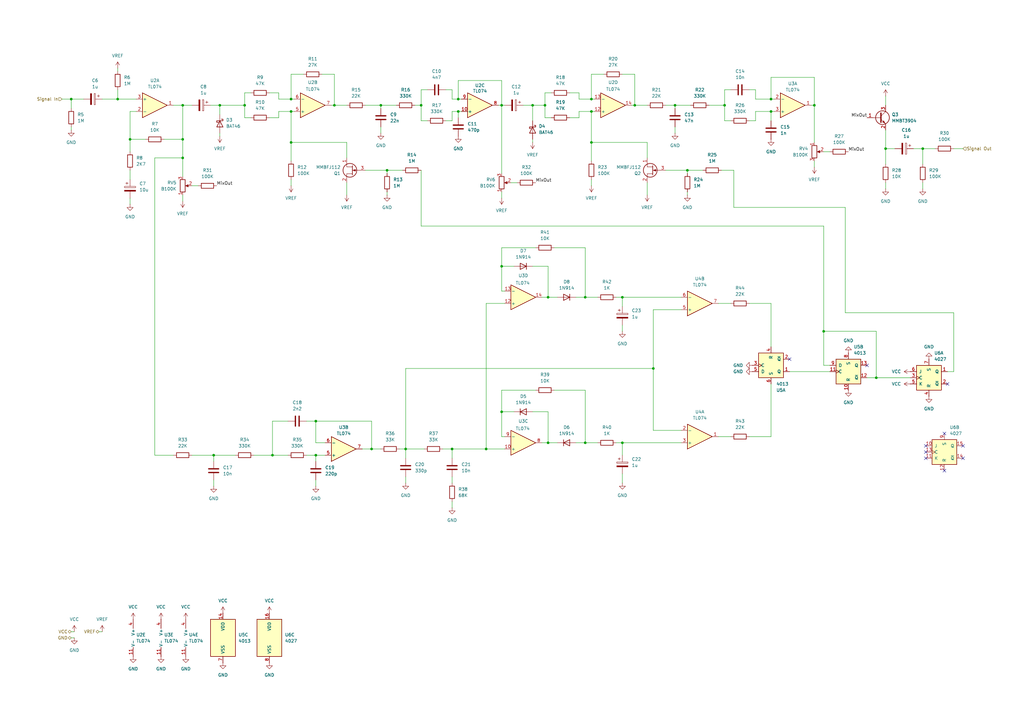
<source format=kicad_sch>
(kicad_sch (version 20250114) (generator "eeschema") (generator_version "9.0")
  (paper "A3")
  (junction (at 119.38 40.64))
  (junction (at 316.23 45.72))
  (junction (at 100.33 43.18))
  (junction (at 224.79 181.61))
  (junction (at 205.74 43.18))
  (junction (at 242.57 40.64))
  (junction (at 90.17 43.18))
  (junction (at 166.37 184.15))
  (junction (at 185.42 184.15))
  (junction (at 74.93 64.77))
  (junction (at 111.76 186.69))
  (junction (at 242.57 45.72))
  (junction (at 223.52 43.18))
  (junction (at 334.01 43.18))
  (junction (at 267.97 151.13))
  (junction (at 297.18 43.18))
  (junction (at 359.41 154.94))
  (junction (at 119.38 58.42))
  (junction (at 378.46 60.96))
  (junction (at 255.27 121.92))
  (junction (at 224.79 121.92))
  (junction (at 316.23 40.64))
  (junction (at 276.86 43.18))
  (junction (at 187.96 40.64))
  (junction (at 53.34 57.15))
  (junction (at 255.27 181.61))
  (junction (at 337.82 135.89))
  (junction (at 119.38 45.72))
  (junction (at 152.4 184.15))
  (junction (at 48.26 40.64))
  (junction (at 74.93 43.18))
  (junction (at 158.75 69.85))
  (junction (at 363.22 60.96))
  (junction (at 129.54 186.69))
  (junction (at 156.21 43.18))
  (junction (at 218.44 43.18))
  (junction (at 137.16 43.18))
  (junction (at 240.03 181.61))
  (junction (at 129.54 172.72))
  (junction (at 260.35 43.18))
  (junction (at 242.57 58.42))
  (junction (at 172.72 43.18))
  (junction (at 240.03 121.92))
  (junction (at 87.63 186.69))
  (junction (at 205.74 168.91))
  (junction (at 281.94 69.85))
  (junction (at 199.39 184.15))
  (junction (at 74.93 57.15))
  (junction (at 187.96 45.72))
  (junction (at 205.74 109.22))
  (junction (at 29.21 40.64))
  (no_connect (at 355.6 149.86))
  (no_connect (at 379.73 187.96))
  (no_connect (at 379.73 185.42))
  (no_connect (at 323.85 147.32))
  (no_connect (at 387.35 193.04))
  (no_connect (at 387.35 177.8))
  (no_connect (at 394.97 187.96))
  (no_connect (at 394.97 182.88))
  (no_connect (at 388.62 157.48))
  (no_connect (at 379.73 182.88))
  (wire (pts (xy 218.44 49.53) (xy 218.44 43.18)))
  (wire (pts (xy 100.33 43.18) (xy 100.33 38.1)))
  (wire (pts (xy 187.96 48.26) (xy 187.96 45.72)))
  (wire (pts (xy 337.82 92.71) (xy 337.82 135.89)))
  (wire (pts (xy 74.93 64.77) (xy 63.5 64.77)))
  (wire (pts (xy 340.36 62.23) (xy 337.82 62.23)))
  (wire (pts (xy 172.72 36.83) (xy 175.26 36.83)))
  (wire (pts (xy 265.43 43.18) (xy 260.35 43.18)))
  (wire (pts (xy 218.44 43.18) (xy 223.52 43.18)))
  (wire (pts (xy 172.72 49.53) (xy 175.26 49.53)))
  (wire (pts (xy 53.34 62.23) (xy 53.34 57.15)))
  (wire (pts (xy 299.72 124.46) (xy 294.64 124.46)))
  (wire (pts (xy 119.38 45.72) (xy 119.38 58.42)))
  (wire (pts (xy 300.99 69.85) (xy 300.99 85.09)))
  (wire (pts (xy 247.65 30.48) (xy 242.57 30.48)))
  (wire (pts (xy 281.94 69.85) (xy 273.05 69.85)))
  (wire (pts (xy 129.54 186.69) (xy 133.35 186.69)))
  (wire (pts (xy 156.21 44.45) (xy 156.21 43.18)))
  (wire (pts (xy 223.52 38.1) (xy 223.52 43.18)))
  (wire (pts (xy 185.42 36.83) (xy 182.88 36.83)))
  (wire (pts (xy 137.16 43.18) (xy 135.89 43.18)))
  (wire (pts (xy 316.23 49.53) (xy 316.23 45.72)))
  (wire (pts (xy 267.97 176.53) (xy 279.4 176.53)))
  (wire (pts (xy 267.97 127) (xy 267.97 151.13)))
  (wire (pts (xy 48.26 27.94) (xy 48.26 29.21)))
  (wire (pts (xy 90.17 43.18) (xy 100.33 43.18)))
  (wire (pts (xy 29.21 259.08) (xy 30.48 259.08)))
  (wire (pts (xy 166.37 184.15) (xy 166.37 151.13)))
  (wire (pts (xy 391.16 128.27) (xy 391.16 152.4)))
  (wire (pts (xy 114.3 45.72) (xy 114.3 48.26)))
  (wire (pts (xy 114.3 38.1) (xy 110.49 38.1)))
  (wire (pts (xy 74.93 43.18) (xy 78.74 43.18)))
  (wire (pts (xy 119.38 40.64) (xy 120.65 40.64)))
  (wire (pts (xy 242.57 30.48) (xy 242.57 40.64)))
  (wire (pts (xy 279.4 127) (xy 267.97 127)))
  (wire (pts (xy 316.23 45.72) (xy 317.5 45.72)))
  (wire (pts (xy 237.49 48.26) (xy 233.68 48.26)))
  (wire (pts (xy 223.52 38.1) (xy 226.06 38.1)))
  (wire (pts (xy 237.49 45.72) (xy 242.57 45.72)))
  (wire (pts (xy 316.23 157.48) (xy 316.23 179.07)))
  (wire (pts (xy 205.74 33.02) (xy 187.96 33.02)))
  (wire (pts (xy 218.44 57.15) (xy 218.44 58.42)))
  (wire (pts (xy 212.09 74.93) (xy 209.55 74.93)))
  (wire (pts (xy 63.5 64.77) (xy 63.5 186.69)))
  (wire (pts (xy 205.74 179.07) (xy 207.01 179.07)))
  (wire (pts (xy 378.46 60.96) (xy 378.46 67.31)))
  (wire (pts (xy 218.44 109.22) (xy 224.79 109.22)))
  (wire (pts (xy 240.03 181.61) (xy 240.03 160.02)))
  (wire (pts (xy 53.34 57.15) (xy 59.69 57.15)))
  (wire (pts (xy 295.91 69.85) (xy 300.99 69.85)))
  (wire (pts (xy 163.83 184.15) (xy 166.37 184.15)))
  (wire (pts (xy 260.35 30.48) (xy 260.35 43.18)))
  (wire (pts (xy 165.1 69.85) (xy 158.75 69.85)))
  (wire (pts (xy 119.38 66.04) (xy 119.38 58.42)))
  (wire (pts (xy 205.74 119.38) (xy 207.01 119.38)))
  (wire (pts (xy 129.54 199.39) (xy 129.54 196.85)))
  (wire (pts (xy 142.24 58.42) (xy 142.24 64.77)))
  (wire (pts (xy 199.39 124.46) (xy 207.01 124.46)))
  (wire (pts (xy 187.96 40.64) (xy 189.23 40.64)))
  (wire (pts (xy 185.42 49.53) (xy 182.88 49.53)))
  (wire (pts (xy 170.18 43.18) (xy 172.72 43.18)))
  (wire (pts (xy 142.24 80.01) (xy 142.24 74.93)))
  (wire (pts (xy 359.41 154.94) (xy 373.38 154.94)))
  (wire (pts (xy 156.21 54.61) (xy 156.21 52.07)))
  (wire (pts (xy 276.86 54.61) (xy 276.86 52.07)))
  (wire (pts (xy 242.57 40.64) (xy 243.84 40.64)))
  (wire (pts (xy 237.49 45.72) (xy 237.49 48.26)))
  (wire (pts (xy 316.23 124.46) (xy 316.23 142.24)))
  (wire (pts (xy 240.03 121.92) (xy 240.03 101.6)))
  (wire (pts (xy 53.34 83.82) (xy 53.34 81.28)))
  (wire (pts (xy 129.54 181.61) (xy 133.35 181.61)))
  (wire (pts (xy 309.88 40.64) (xy 316.23 40.64)))
  (wire (pts (xy 391.16 152.4) (xy 388.62 152.4)))
  (wire (pts (xy 378.46 60.96) (xy 374.65 60.96)))
  (wire (pts (xy 245.11 121.92) (xy 240.03 121.92)))
  (wire (pts (xy 265.43 80.01) (xy 265.43 74.93)))
  (wire (pts (xy 242.57 45.72) (xy 243.84 45.72)))
  (wire (pts (xy 29.21 44.45) (xy 29.21 40.64)))
  (wire (pts (xy 297.18 36.83) (xy 299.72 36.83)))
  (wire (pts (xy 41.91 40.64) (xy 48.26 40.64)))
  (wire (pts (xy 297.18 43.18) (xy 297.18 49.53)))
  (wire (pts (xy 166.37 151.13) (xy 267.97 151.13)))
  (wire (pts (xy 87.63 186.69) (xy 78.74 186.69)))
  (wire (pts (xy 152.4 184.15) (xy 148.59 184.15)))
  (wire (pts (xy 129.54 172.72) (xy 152.4 172.72)))
  (wire (pts (xy 359.41 135.89) (xy 337.82 135.89)))
  (wire (pts (xy 185.42 208.28) (xy 185.42 205.74)))
  (wire (pts (xy 166.37 198.12) (xy 166.37 195.58)))
  (wire (pts (xy 205.74 109.22) (xy 205.74 119.38)))
  (wire (pts (xy 218.44 168.91) (xy 224.79 168.91)))
  (wire (pts (xy 185.42 187.96) (xy 185.42 184.15)))
  (wire (pts (xy 158.75 78.74) (xy 158.75 80.01)))
  (wire (pts (xy 114.3 40.64) (xy 114.3 38.1)))
  (wire (pts (xy 316.23 40.64) (xy 317.5 40.64)))
  (wire (pts (xy 158.75 69.85) (xy 149.86 69.85)))
  (wire (pts (xy 118.11 186.69) (xy 111.76 186.69)))
  (wire (pts (xy 48.26 40.64) (xy 55.88 40.64)))
  (wire (pts (xy 236.22 181.61) (xy 240.03 181.61)))
  (wire (pts (xy 299.72 179.07) (xy 294.64 179.07)))
  (wire (pts (xy 224.79 121.92) (xy 222.25 121.92)))
  (wire (pts (xy 189.23 45.72) (xy 187.96 45.72)))
  (wire (pts (xy 87.63 199.39) (xy 87.63 196.85)))
  (wire (pts (xy 90.17 54.61) (xy 90.17 55.88)))
  (wire (pts (xy 48.26 36.83) (xy 48.26 40.64)))
  (wire (pts (xy 237.49 38.1) (xy 233.68 38.1)))
  (wire (pts (xy 87.63 189.23) (xy 87.63 186.69)))
  (wire (pts (xy 300.99 85.09) (xy 346.71 85.09)))
  (wire (pts (xy 297.18 36.83) (xy 297.18 43.18)))
  (wire (pts (xy 363.22 39.37) (xy 363.22 43.18)))
  (wire (pts (xy 359.41 154.94) (xy 359.41 135.89)))
  (wire (pts (xy 242.57 58.42) (xy 265.43 58.42)))
  (wire (pts (xy 255.27 30.48) (xy 260.35 30.48)))
  (wire (pts (xy 129.54 189.23) (xy 129.54 186.69)))
  (wire (pts (xy 242.57 45.72) (xy 242.57 58.42)))
  (wire (pts (xy 205.74 168.91) (xy 210.82 168.91)))
  (wire (pts (xy 187.96 33.02) (xy 187.96 40.64)))
  (wire (pts (xy 367.03 60.96) (xy 363.22 60.96)))
  (wire (pts (xy 224.79 181.61) (xy 222.25 181.61)))
  (wire (pts (xy 205.74 168.91) (xy 205.74 179.07)))
  (wire (pts (xy 187.96 45.72) (xy 185.42 45.72)))
  (wire (pts (xy 245.11 181.61) (xy 240.03 181.61)))
  (wire (pts (xy 297.18 49.53) (xy 299.72 49.53)))
  (wire (pts (xy 334.01 43.18) (xy 334.01 58.42)))
  (wire (pts (xy 29.21 40.64) (xy 25.4 40.64)))
  (wire (pts (xy 166.37 184.15) (xy 173.99 184.15)))
  (wire (pts (xy 132.08 30.48) (xy 137.16 30.48)))
  (wire (pts (xy 224.79 168.91) (xy 224.79 181.61)))
  (wire (pts (xy 346.71 85.09) (xy 346.71 128.27)))
  (wire (pts (xy 74.93 43.18) (xy 71.12 43.18)))
  (wire (pts (xy 30.48 261.62) (xy 29.21 261.62)))
  (wire (pts (xy 255.27 133.35) (xy 255.27 135.89)))
  (wire (pts (xy 242.57 76.2) (xy 242.57 73.66)))
  (wire (pts (xy 100.33 38.1) (xy 102.87 38.1)))
  (wire (pts (xy 29.21 53.34) (xy 29.21 52.07)))
  (wire (pts (xy 224.79 109.22) (xy 224.79 121.92)))
  (wire (pts (xy 205.74 101.6) (xy 219.71 101.6)))
  (wire (pts (xy 281.94 78.74) (xy 281.94 80.01)))
  (wire (pts (xy 394.97 60.96) (xy 391.16 60.96)))
  (wire (pts (xy 156.21 43.18) (xy 149.86 43.18)))
  (wire (pts (xy 172.72 43.18) (xy 172.72 49.53)))
  (wire (pts (xy 41.91 259.08) (xy 40.64 259.08)))
  (wire (pts (xy 276.86 43.18) (xy 276.86 44.45)))
  (wire (pts (xy 205.74 109.22) (xy 210.82 109.22)))
  (wire (pts (xy 199.39 124.46) (xy 199.39 184.15)))
  (wire (pts (xy 228.6 181.61) (xy 224.79 181.61)))
  (wire (pts (xy 125.73 186.69) (xy 129.54 186.69)))
  (wire (pts (xy 53.34 73.66) (xy 53.34 69.85)))
  (wire (pts (xy 172.72 69.85) (xy 172.72 92.71)))
  (wire (pts (xy 185.42 36.83) (xy 185.42 40.64)))
  (wire (pts (xy 205.74 160.02) (xy 219.71 160.02)))
  (wire (pts (xy 152.4 172.72) (xy 152.4 184.15)))
  (wire (pts (xy 166.37 187.96) (xy 166.37 184.15)))
  (wire (pts (xy 102.87 48.26) (xy 100.33 48.26)))
  (wire (pts (xy 142.24 43.18) (xy 137.16 43.18)))
  (wire (pts (xy 307.34 124.46) (xy 316.23 124.46)))
  (wire (pts (xy 96.52 186.69) (xy 87.63 186.69)))
  (wire (pts (xy 363.22 77.47) (xy 363.22 74.93)))
  (wire (pts (xy 111.76 186.69) (xy 104.14 186.69)))
  (wire (pts (xy 111.76 172.72) (xy 118.11 172.72)))
  (wire (pts (xy 119.38 30.48) (xy 119.38 40.64)))
  (wire (pts (xy 334.01 31.75) (xy 334.01 43.18)))
  (wire (pts (xy 74.93 43.18) (xy 74.93 57.15)))
  (wire (pts (xy 185.42 184.15) (xy 181.61 184.15)))
  (wire (pts (xy 334.01 68.58) (xy 334.01 66.04)))
  (wire (pts (xy 74.93 57.15) (xy 74.93 64.77)))
  (wire (pts (xy 119.38 76.2) (xy 119.38 73.66)))
  (wire (pts (xy 255.27 181.61) (xy 252.73 181.61)))
  (wire (pts (xy 265.43 58.42) (xy 265.43 64.77)))
  (wire (pts (xy 137.16 30.48) (xy 137.16 43.18)))
  (wire (pts (xy 276.86 43.18) (xy 273.05 43.18)))
  (wire (pts (xy 205.74 109.22) (xy 205.74 101.6)))
  (wire (pts (xy 114.3 48.26) (xy 110.49 48.26)))
  (wire (pts (xy 205.74 43.18) (xy 205.74 71.12)))
  (wire (pts (xy 267.97 151.13) (xy 267.97 176.53)))
  (wire (pts (xy 205.74 168.91) (xy 205.74 160.02)))
  (wire (pts (xy 114.3 45.72) (xy 119.38 45.72)))
  (wire (pts (xy 323.85 152.4) (xy 340.36 152.4)))
  (wire (pts (xy 228.6 121.92) (xy 224.79 121.92)))
  (wire (pts (xy 172.72 36.83) (xy 172.72 43.18)))
  (wire (pts (xy 288.29 69.85) (xy 281.94 69.85)))
  (wire (pts (xy 346.71 128.27) (xy 391.16 128.27)))
  (wire (pts (xy 332.74 43.18) (xy 334.01 43.18)))
  (wire (pts (xy 255.27 194.31) (xy 255.27 198.12)))
  (wire (pts (xy 237.49 40.64) (xy 242.57 40.64)))
  (wire (pts (xy 255.27 125.73) (xy 255.27 121.92)))
  (wire (pts (xy 207.01 43.18) (xy 205.74 43.18)))
  (wire (pts (xy 316.23 179.07) (xy 307.34 179.07)))
  (wire (pts (xy 124.46 30.48) (xy 119.38 30.48)))
  (wire (pts (xy 114.3 40.64) (xy 119.38 40.64)))
  (wire (pts (xy 218.44 43.18) (xy 214.63 43.18)))
  (wire (pts (xy 185.42 40.64) (xy 187.96 40.64)))
  (wire (pts (xy 156.21 184.15) (xy 152.4 184.15)))
  (wire (pts (xy 185.42 198.12) (xy 185.42 195.58)))
  (wire (pts (xy 90.17 46.99) (xy 90.17 43.18)))
  (wire (pts (xy 255.27 181.61) (xy 255.27 186.69)))
  (wire (pts (xy 363.22 60.96) (xy 363.22 67.31)))
  (wire (pts (xy 119.38 45.72) (xy 120.65 45.72)))
  (wire (pts (xy 309.88 36.83) (xy 309.88 40.64)))
  (wire (pts (xy 223.52 43.18) (xy 223.52 48.26)))
  (wire (pts (xy 279.4 181.61) (xy 255.27 181.61)))
  (wire (pts (xy 283.21 43.18) (xy 276.86 43.18)))
  (wire (pts (xy 309.88 36.83) (xy 307.34 36.83)))
  (wire (pts (xy 125.73 172.72) (xy 129.54 172.72)))
  (wire (pts (xy 172.72 92.71) (xy 337.82 92.71)))
  (wire (pts (xy 29.21 40.64) (xy 34.29 40.64)))
  (wire (pts (xy 74.93 64.77) (xy 74.93 72.39)))
  (wire (pts (xy 53.34 45.72) (xy 55.88 45.72)))
  (wire (pts (xy 309.88 45.72) (xy 309.88 49.53)))
  (wire (pts (xy 74.93 80.01) (xy 74.93 82.55)))
  (wire (pts (xy 199.39 184.15) (xy 207.01 184.15)))
  (wire (pts (xy 199.39 184.15) (xy 185.42 184.15)))
  (wire (pts (xy 81.28 76.2) (xy 78.74 76.2)))
  (wire (pts (xy 240.03 101.6) (xy 227.33 101.6)))
  (wire (pts (xy 316.23 31.75) (xy 334.01 31.75)))
  (wire (pts (xy 67.31 57.15) (xy 74.93 57.15)))
  (wire (pts (xy 236.22 121.92) (xy 240.03 121.92)))
  (wire (pts (xy 129.54 172.72) (xy 129.54 181.61)))
  (wire (pts (xy 355.6 154.94) (xy 359.41 154.94)))
  (wire (pts (xy 255.27 121.92) (xy 252.73 121.92)))
  (wire (pts (xy 162.56 43.18) (xy 156.21 43.18)))
  (wire (pts (xy 309.88 45.72) (xy 316.23 45.72)))
  (wire (pts (xy 255.27 121.92) (xy 279.4 121.92)))
  (wire (pts (xy 237.49 40.64) (xy 237.49 38.1)))
  (wire (pts (xy 260.35 43.18) (xy 259.08 43.18)))
  (wire (pts (xy 290.83 43.18) (xy 297.18 43.18)))
  (wire (pts (xy 185.42 45.72) (xy 185.42 49.53)))
  (wire (pts (xy 63.5 186.69) (xy 71.12 186.69)))
  (wire (pts (xy 363.22 53.34) (xy 363.22 60.96)))
  (wire (pts (xy 378.46 77.47) (xy 378.46 74.93)))
  (wire (pts (xy 119.38 58.42) (xy 142.24 58.42)))
  (wire (pts (xy 240.03 160.02) (xy 227.33 160.02)))
  (wire (pts (xy 281.94 71.12) (xy 281.94 69.85)))
  (wire (pts (xy 90.17 43.18) (xy 86.36 43.18)))
  (wire (pts (xy 337.82 135.89) (xy 337.82 149.86)))
  (wire (pts (xy 100.33 48.26) (xy 100.33 43.18)))
  (wire (pts (xy 205.74 81.28) (xy 205.74 78.74)))
  (wire (pts (xy 205.74 43.18) (xy 204.47 43.18)))
  (wire (pts (xy 226.06 48.26) (xy 223.52 48.26)))
  (wire (pts (xy 242.57 66.04) (xy 242.57 58.42)))
  (wire (pts (xy 205.74 43.18) (xy 205.74 33.02)))
  (wire (pts (xy 383.54 60.96) (xy 378.46 60.96)))
  (wire (pts (xy 337.82 149.86) (xy 340.36 149.86)))
  (wire (pts (xy 53.34 45.72) (xy 53.34 57.15)))
  (wire (pts (xy 309.88 49.53) (xy 307.34 49.53)))
  (wire (pts (xy 316.23 40.64) (xy 316.23 31.75)))
  (wire (pts (xy 158.75 71.12) (xy 158.75 69.85)))
  (wire (pts (xy 111.76 186.69) (xy 111.76 172.72)))
  (label "MixOut" (at 347.98 62.23 0))
  (label "MixOut" (at 355.6 48.26 180))
  (label "MixOut" (at 88.9 76.2 0))
  (label "MixOut" (at 219.71 74.93 0))
  (hierarchical_label "Signal In" (shape input) (at 25.4 40.64 180))
  (hierarchical_label "VCC" (shape bidirectional) (at 29.21 259.08 180))
  (hierarchical_label "GND" (shape bidirectional) (at 29.21 261.62 180))
  (hierarchical_label "Signal Out" (shape input) (at 394.97 60.96 0))
  (hierarchical_label "VREF" (shape bidirectional) (at 40.64 259.08 180))
  (symbol (lib_id "Device:R") (at 248.92 181.61 90) (unit 1)
    (property "Reference" "R40" (at 248.92 175.26 90))
    (property "Value" "1K" (at 248.92 177.8 90))
    (property "Description" "Resistor" (effects (hide yes)))
  )
  (symbol (lib_id "Device:R") (at 160.02 184.15 90) (unit 1)
    (property "Reference" "R36" (at 160.02 177.8 90))
    (property "Value" "33K" (at 160.02 180.34 90))
    (property "Description" "Resistor" (effects (hide yes)))
  )
  (symbol (lib_id "power:GND") (at 276.86 54.61 0) (unit 1)
    (property "Reference" "#PWR029" (effects (hide yes)))
    (property "Value" "GND" (at 276.86 59.69 0))
    (property "Description" "Power symbol creates a global label with name \"GND\" , ground" (effects (hide yes)))
  )
  (symbol (lib_id "Device:C") (at 276.86 48.26 0) (unit 1)
    (property "Reference" "C13" (at 280.67 46.9899 0) (effects (justify left)))
    (property "Value" "47n" (at 280.67 49.5299 0) (effects (justify left)))
    (property "Description" "Unpolarized capacitor" (effects (hide yes)))
  )
  (symbol (lib_id "Diode:BAT46") (at 90.17 50.8 270) (unit 1)
    (property "Reference" "D3" (at 92.71 49.2124 90) (effects (justify left)))
    (property "Value" "BAT46" (at 92.71 51.7524 90) (effects (justify left)))
    (property "Footprint" "Diode_THT:D_DO-35_SOD27_P7.62mm_Horizontal" (effects (hide yes)))
    (property "Datasheet" "http://www.vishay.com/docs/85662/bat46.pdf" (effects (hide yes)))
    (property "Description" "100V 0.15A Small Signal Schottky Diode, DO-35" (effects (hide yes)))
  )
  (symbol (lib_id "Device:R") (at 168.91 69.85 90) (unit 1)
    (property "Reference" "R14" (at 168.91 63.5 90))
    (property "Value" "1M" (at 168.91 66.04 90))
    (property "Description" "Resistor" (effects (hide yes)))
  )
  (symbol (lib_id "power:GND") (at 378.46 77.47 0) (unit 1)
    (property "Reference" "#PWR037" (effects (hide yes)))
    (property "Value" "GND" (at 378.46 82.55 0))
    (property "Description" "Power symbol creates a global label with name \"GND\" , ground" (effects (hide yes)))
  )
  (symbol (lib_id "power:GND") (at 347.98 144.78 180) (unit 1)
    (property "Reference" "#PWR054" (effects (hide yes)))
    (property "Value" "GND" (at 347.98 139.7 0))
    (property "Description" "Power symbol creates a global label with name \"GND\" , ground" (effects (hide yes)))
  )
  (symbol (lib_id "power:GND") (at 76.2 269.24 0) (unit 1)
    (property "Reference" "#PWR050" (effects (hide yes)))
    (property "Value" "GND" (at 76.2 274.32 0))
    (property "Description" "Power symbol creates a global label with name \"GND\" , ground" (effects (hide yes)))
  )
  (symbol (lib_id "power:VCC") (at 30.48 259.08 0) (unit 1)
    (property "Reference" "#PWR014" (effects (hide yes)))
    (property "Value" "VCC" (at 30.48 254 0))
    (property "Description" "Power symbol creates a global label with name \"VCC\"" (effects (hide yes)))
  )
  (symbol (lib_id "power:GND") (at 87.63 199.39 0) (unit 1)
    (property "Reference" "#PWR040" (effects (hide yes)))
    (property "Value" "GND" (at 87.63 204.47 0))
    (property "Description" "Power symbol creates a global label with name \"GND\" , ground" (effects (hide yes)))
  )
  (symbol (lib_id "power:GND") (at 30.48 261.62 0) (unit 1)
    (property "Reference" "#PWR015" (effects (hide yes)))
    (property "Value" "GND" (at 30.48 266.7 0))
    (property "Description" "Power symbol creates a global label with name \"GND\" , ground" (effects (hide yes)))
  )
  (symbol (lib_id "power:GND") (at 308.61 152.4 270) (unit 1)
    (property "Reference" "#PWR052" (effects (hide yes)))
    (property "Value" "GND" (at 304.8 152.3999 90) (effects (justify right)))
    (property "Description" "Power symbol creates a global label with name \"GND\" , ground" (effects (hide yes)))
  )
  (symbol (lib_id "Device:R") (at 119.38 69.85 0) (unit 1)
    (property "Reference" "R12" (at 121.92 68.5799 0) (effects (justify left)))
    (property "Value" "100K" (at 121.92 71.1199 0) (effects (justify left)))
    (property "Description" "Resistor" (effects (hide yes)))
  )
  (symbol (lib_id "custom_power:VREF") (at 218.44 58.42 180) (unit 1)
    (property "Reference" "#PWR028" (effects (hide yes)))
    (property "Value" "VREF" (at 218.44 63.5 0))
    (property "Description" "Power symbol creates a global label with name \"VREF\"" (effects (hide yes)))
  )
  (symbol (lib_id "Amplifier_Operational:TL074") (at 78.74 261.62 0) (unit 5)
    (property "Reference" "U4" (at 77.47 260.3499 0) (effects (justify left)))
    (property "Value" "TL074" (at 77.47 262.8899 0) (effects (justify left)))
    (property "Datasheet" "http://www.ti.com/lit/ds/symlink/tl071.pdf" (effects (hide yes)))
    (property "Description" "Quad Low-Noise JFET-Input Operational Amplifiers, DIP-14/SOIC-14" (effects (hide yes)))
  )
  (symbol (lib_id "custom_power:VREF") (at 334.01 68.58 180) (unit 1)
    (property "Reference" "#PWR034" (effects (hide yes)))
    (property "Value" "VREF" (at 334.01 73.66 0))
    (property "Description" "Power symbol creates a global label with name \"VREF\"" (effects (hide yes)))
  )
  (symbol (lib_id "Amplifier_Operational:TL074") (at 214.63 121.92 0) (mirror x) (unit 4)
    (property "Reference" "U3" (at 214.63 113.03 0))
    (property "Value" "TL074" (at 214.376 116.078 0))
    (property "Datasheet" "http://www.ti.com/lit/ds/symlink/tl071.pdf" (effects (hide yes)))
    (property "Description" "Quad Low-Noise JFET-Input Operational Amplifiers, DIP-14/SOIC-14" (effects (hide yes)))
  )
  (symbol (lib_id "Device:R") (at 363.22 71.12 0) (unit 1)
    (property "Reference" "R28" (at 365.76 69.8499 0) (effects (justify left)))
    (property "Value" "10K" (at 365.76 72.3899 0) (effects (justify left)))
    (property "Description" "Resistor" (effects (hide yes)))
  )
  (symbol (lib_id "custom_power:VREF") (at 242.57 76.2 180) (unit 1)
    (property "Reference" "#PWR030" (effects (hide yes)))
    (property "Value" "VREF" (at 242.57 81.28 0))
    (property "Description" "Power symbol creates a global label with name \"VREF\"" (effects (hide yes)))
  )
  (symbol (lib_id "Amplifier_Operational:TL074") (at 128.27 43.18 0) (mirror x) (unit 2)
    (property "Reference" "U2" (at 128.27 33.782 0))
    (property "Value" "TL074" (at 128.27 36.576 0))
    (property "Datasheet" "http://www.ti.com/lit/ds/symlink/tl071.pdf" (effects (hide yes)))
    (property "Description" "Quad Low-Noise JFET-Input Operational Amplifiers, DIP-14/SOIC-14" (effects (hide yes)))
  )
  (symbol (lib_id "power:GND") (at 53.34 83.82 0) (unit 1)
    (property "Reference" "#PWR021" (effects (hide yes)))
    (property "Value" "GND" (at 53.34 88.9 0))
    (property "Description" "Power symbol creates a global label with name \"GND\" , ground" (effects (hide yes)))
  )
  (symbol (lib_id "Device:R") (at 229.87 38.1 90) (unit 1)
    (property "Reference" "R18" (at 229.87 31.75 90))
    (property "Value" "47K" (at 229.87 34.29 90))
    (property "Description" "Resistor" (effects (hide yes)))
  )
  (symbol (lib_id "Device:R") (at 177.8 184.15 90) (unit 1)
    (property "Reference" "R37" (at 177.8 177.8 90))
    (property "Value" "33K" (at 177.8 180.34 90))
    (property "Description" "Resistor" (effects (hide yes)))
  )
  (symbol (lib_id "Device:R") (at 63.5 57.15 90) (unit 1)
    (property "Reference" "R7" (at 63.5 50.8 90))
    (property "Value" "10K" (at 63.5 53.34 90))
    (property "Description" "Resistor" (effects (hide yes)))
  )
  (symbol (lib_id "Device:R") (at 106.68 48.26 90) (unit 1)
    (property "Reference" "R10" (at 106.68 41.91 90))
    (property "Value" "47K" (at 106.68 44.45 90))
    (property "Description" "Resistor" (effects (hide yes)))
  )
  (symbol (lib_id "Device:C") (at 187.96 52.07 180) (unit 1)
    (property "Reference" "C11" (at 191.77 50.7999 0) (effects (justify right)))
    (property "Value" "470p" (at 191.77 53.3399 0) (effects (justify right)))
    (property "Description" "Unpolarized capacitor" (effects (hide yes)))
  )
  (symbol (lib_id "Amplifier_Operational:TL074") (at 57.15 261.62 0) (unit 5)
    (property "Reference" "U2" (at 55.88 260.3499 0) (effects (justify left)))
    (property "Value" "TL074" (at 55.88 262.8899 0) (effects (justify left)))
    (property "Datasheet" "http://www.ti.com/lit/ds/symlink/tl071.pdf" (effects (hide yes)))
    (property "Description" "Quad Low-Noise JFET-Input Operational Amplifiers, DIP-14/SOIC-14" (effects (hide yes)))
  )
  (symbol (lib_id "power:VCC") (at 373.38 152.4 90) (unit 1)
    (property "Reference" "#PWR060" (effects (hide yes)))
    (property "Value" "VCC" (at 369.57 152.3999 90) (effects (justify left)))
    (property "Description" "Power symbol creates a global label with name \"VCC\"" (effects (hide yes)))
  )
  (symbol (lib_id "custom_power:VREF") (at 142.24 80.01 180) (unit 1)
    (property "Reference" "#PWR024" (effects (hide yes)))
    (property "Value" "VREF" (at 142.24 85.09 0))
    (property "Description" "Power symbol creates a global label with name \"VREF\"" (effects (hide yes)))
  )
  (symbol (lib_id "Diode:BAT46") (at 218.44 53.34 270) (unit 1)
    (property "Reference" "D4" (at 220.98 51.7524 90) (effects (justify left)))
    (property "Value" "BAT46" (at 220.98 54.2924 90) (effects (justify left)))
    (property "Footprint" "Diode_THT:D_DO-35_SOD27_P7.62mm_Horizontal" (effects (hide yes)))
    (property "Datasheet" "http://www.vishay.com/docs/85662/bat46.pdf" (effects (hide yes)))
    (property "Description" "100V 0.15A Small Signal Schottky Diode, DO-35" (effects (hide yes)))
  )
  (symbol (lib_id "Amplifier_Operational:TL074") (at 251.46 43.18 0) (mirror x) (unit 4)
    (property "Reference" "U2" (at 251.46 33.782 0))
    (property "Value" "TL074" (at 251.46 36.576 0))
    (property "Datasheet" "http://www.ti.com/lit/ds/symlink/tl071.pdf" (effects (hide yes)))
    (property "Description" "Quad Low-Noise JFET-Input Operational Amplifiers, DIP-14/SOIC-14" (effects (hide yes)))
  )
  (symbol (lib_id "Device:R_Potentiometer") (at 74.93 76.2 0) (mirror x) (unit 1)
    (property "Reference" "RV5" (at 72.39 74.9299 0) (effects (justify right)))
    (property "Value" "B100K" (at 72.39 77.4699 0) (effects (justify right)))
    (property "Description" "Potentiometer" (effects (hide yes)))
  )
  (symbol (lib_id "Device:R") (at 121.92 186.69 90) (unit 1)
    (property "Reference" "R35" (at 121.92 180.34 90))
    (property "Value" "330K" (at 121.92 182.88 90))
    (property "Description" "Resistor" (effects (hide yes)))
  )
  (symbol (lib_id "Diode:1N914") (at 232.41 121.92 180) (unit 1)
    (property "Reference" "D8" (at 232.41 115.57 0))
    (property "Value" "1N914" (at 232.41 118.11 0))
    (property "Footprint" "Diode_THT:D_DO-35_SOD27_P7.62mm_Horizontal" (effects (hide yes)))
    (property "Datasheet" "http://www.vishay.com/docs/85622/1n914.pdf" (effects (hide yes)))
    (property "Description" "100V 0.3A Small Signal Fast Switching Diode, DO-35" (effects (hide yes)))
    (property "Sim.Device" "D" (effects (hide yes)))
    (property "Sim.Pins" "1=K 2=A" (effects (hide yes)))
  )
  (symbol (lib_id "custom_power:VREF") (at 90.17 55.88 180) (unit 1)
    (property "Reference" "#PWR022" (effects (hide yes)))
    (property "Value" "VREF" (at 90.17 60.96 0))
    (property "Description" "Power symbol creates a global label with name \"VREF\"" (effects (hide yes)))
  )
  (symbol (lib_id "Device:C") (at 185.42 191.77 0) (unit 1)
    (property "Reference" "C21" (at 189.23 190.4999 0) (effects (justify left)))
    (property "Value" "10n" (at 189.23 193.0399 0) (effects (justify left)))
    (property "Description" "Unpolarized capacitor" (effects (hide yes)))
  )
  (symbol (lib_id "Device:R") (at 269.24 43.18 90) (unit 1)
    (property "Reference" "R21" (at 269.24 36.83 90))
    (property "Value" "22K" (at 269.24 39.37 90))
    (property "Description" "Resistor" (effects (hide yes)))
  )
  (symbol (lib_id "Device:R") (at 166.37 43.18 90) (unit 1)
    (property "Reference" "R16" (at 166.37 36.83 90))
    (property "Value" "330K" (at 166.37 39.37 90))
    (property "Description" "Resistor" (effects (hide yes)))
  )
  (symbol (lib_id "Amplifier_Operational:TL074") (at 68.58 261.62 0) (unit 5)
    (property "Reference" "U3" (at 67.31 260.3499 0) (effects (justify left)))
    (property "Value" "TL074" (at 67.31 262.8899 0) (effects (justify left)))
    (property "Datasheet" "http://www.ti.com/lit/ds/symlink/tl071.pdf" (effects (hide yes)))
    (property "Description" "Quad Low-Noise JFET-Input Operational Amplifiers, DIP-14/SOIC-14" (effects (hide yes)))
  )
  (symbol (lib_id "power:GND") (at 54.61 269.24 0) (unit 1)
    (property "Reference" "#PWR020" (effects (hide yes)))
    (property "Value" "GND" (at 54.61 274.32 0))
    (property "Description" "Power symbol creates a global label with name \"GND\" , ground" (effects (hide yes)))
  )
  (symbol (lib_id "4xxx:4027") (at 110.49 261.62 0) (unit 3)
    (property "Reference" "U6" (at 116.84 260.3499 0) (effects (justify left)))
    (property "Value" "4027" (at 116.84 262.8899 0) (effects (justify left)))
    (property "Datasheet" "http://www.intersil.com/content/dam/Intersil/documents/cd40/cd4027bms.pdf" (effects (hide yes)))
    (property "Description" "Dual JK FlipFlop, set & reset" (effects (hide yes)))
  )
  (symbol (lib_id "power:GND") (at 255.27 198.12 0) (unit 1)
    (property "Reference" "#PWR044" (effects (hide yes)))
    (property "Value" "GND" (at 255.27 203.2 0))
    (property "Description" "Power symbol creates a global label with name \"GND\" , ground" (effects (hide yes)))
  )
  (symbol (lib_id "power:VCC") (at 373.38 157.48 90) (unit 1)
    (property "Reference" "#PWR061" (effects (hide yes)))
    (property "Value" "VCC" (at 369.57 157.4799 90) (effects (justify left)))
    (property "Description" "Power symbol creates a global label with name \"VCC\"" (effects (hide yes)))
  )
  (symbol (lib_id "Device:C_Polarized") (at 255.27 129.54 0) (unit 1)
    (property "Reference" "C23" (at 259.08 127.3809 0) (effects (justify left)))
    (property "Value" "1u" (at 259.08 129.9209 0) (effects (justify left)))
    (property "Description" "Polarized capacitor" (effects (hide yes)))
  )
  (symbol (lib_id "power:VCC") (at 66.04 254 0) (unit 1)
    (property "Reference" "#PWR046" (effects (hide yes)))
    (property "Value" "VCC" (at 66.04 248.92 0))
    (property "Description" "Power symbol creates a global label with name \"VCC\"" (effects (hide yes)))
  )
  (symbol (lib_id "Transistor_BJT:MMBT3904") (at 360.68 48.26 0) (unit 1)
    (property "Reference" "Q3" (at 365.76 46.9899 0) (effects (justify left)))
    (property "Value" "MMBT3904" (at 365.76 49.5299 0) (effects (justify left)))
    (property "Footprint" "Package_TO_SOT_THT:TO-92_Inline" (effects (hide yes)))
    (property "Datasheet" "https://www.onsemi.com/pdf/datasheet/pzt3904-d.pdf" (effects (hide yes)))
    (property "Description" "0.2A Ic, 40V Vce, Small Signal NPN Transistor, SOT-23" (effects (hide yes)))
  )
  (symbol (lib_id "4xxx:4013") (at 91.44 261.62 0) (unit 3)
    (property "Reference" "U5" (at 97.79 260.3499 0) (effects (justify left)))
    (property "Value" "4013" (at 97.79 262.8899 0) (effects (justify left)))
    (property "Datasheet" "http://www.onsemi.com/pub/Collateral/MC14013B-D.PDF" (effects (hide yes)))
    (property "Description" "Dual D  FlipFlop, Set & reset" (effects (hide yes)))
  )
  (symbol (lib_id "Diode:1N914") (at 214.63 168.91 0) (unit 1)
    (property "Reference" "D5" (at 214.63 162.56 0))
    (property "Value" "1N914" (at 214.63 165.1 0))
    (property "Footprint" "Diode_THT:D_DO-35_SOD27_P7.62mm_Horizontal" (effects (hide yes)))
    (property "Datasheet" "http://www.vishay.com/docs/85622/1n914.pdf" (effects (hide yes)))
    (property "Description" "100V 0.3A Small Signal Fast Switching Diode, DO-35" (effects (hide yes)))
    (property "Sim.Device" "D" (effects (hide yes)))
    (property "Sim.Pins" "1=K 2=A" (effects (hide yes)))
  )
  (symbol (lib_id "Device:C") (at 316.23 53.34 180) (unit 1)
    (property "Reference" "C15" (at 320.04 52.0699 0) (effects (justify right)))
    (property "Value" "1n" (at 320.04 54.6099 0) (effects (justify right)))
    (property "Description" "Unpolarized capacitor" (effects (hide yes)))
  )
  (symbol (lib_id "Device:R") (at 146.05 43.18 90) (unit 1)
    (property "Reference" "R15" (at 146.05 36.83 90))
    (property "Value" "22K" (at 146.05 39.37 90))
    (property "Description" "Resistor" (effects (hide yes)))
  )
  (symbol (lib_id "custom_power:VREF") (at 265.43 80.01 180) (unit 1)
    (property "Reference" "#PWR031" (effects (hide yes)))
    (property "Value" "VREF" (at 265.43 85.09 0))
    (property "Description" "Power symbol creates a global label with name \"VREF\"" (effects (hide yes)))
  )
  (symbol (lib_id "power:GND") (at 316.23 57.15 0) (unit 1)
    (property "Reference" "#PWR033" (effects (hide yes)))
    (property "Value" "GND" (at 316.23 62.23 0))
    (property "Description" "Power symbol creates a global label with name \"GND\" , ground" (effects (hide yes)))
  )
  (symbol (lib_id "Device:R") (at 53.34 66.04 0) (unit 1)
    (property "Reference" "R8" (at 55.88 64.7699 0) (effects (justify left)))
    (property "Value" "2K7" (at 55.88 67.3099 0) (effects (justify left)))
    (property "Description" "Resistor" (effects (hide yes)))
  )
  (symbol (lib_id "Diode:1N914") (at 232.41 181.61 0) (unit 1)
    (property "Reference" "D6" (at 232.41 175.26 0))
    (property "Value" "1N914" (at 232.41 177.8 0))
    (property "Footprint" "Diode_THT:D_DO-35_SOD27_P7.62mm_Horizontal" (effects (hide yes)))
    (property "Datasheet" "http://www.vishay.com/docs/85622/1n914.pdf" (effects (hide yes)))
    (property "Description" "100V 0.3A Small Signal Fast Switching Diode, DO-35" (effects (hide yes)))
    (property "Sim.Device" "D" (effects (hide yes)))
    (property "Sim.Pins" "1=K 2=A" (effects (hide yes)))
  )
  (symbol (lib_id "Device:C_Polarized") (at 370.84 60.96 270) (unit 1)
    (property "Reference" "C16" (at 371.729 53.34 90))
    (property "Value" "1u" (at 371.729 55.88 90))
    (property "Description" "Polarized capacitor" (effects (hide yes)))
  )
  (symbol (lib_id "power:VCC") (at 76.2 254 0) (unit 1)
    (property "Reference" "#PWR047" (effects (hide yes)))
    (property "Value" "VCC" (at 76.2 248.92 0))
    (property "Description" "Power symbol creates a global label with name \"VCC\"" (effects (hide yes)))
  )
  (symbol (lib_id "Device:R") (at 378.46 71.12 0) (unit 1)
    (property "Reference" "R29" (at 381 69.8499 0) (effects (justify left)))
    (property "Value" "100K" (at 381 72.3899 0) (effects (justify left)))
    (property "Description" "Resistor" (effects (hide yes)))
  )
  (symbol (lib_id "power:GND") (at 66.04 269.24 0) (unit 1)
    (property "Reference" "#PWR049" (effects (hide yes)))
    (property "Value" "GND" (at 66.04 274.32 0))
    (property "Description" "Power symbol creates a global label with name \"GND\" , ground" (effects (hide yes)))
  )
  (symbol (lib_id "power:GND") (at 110.49 271.78 0) (unit 1)
    (property "Reference" "#PWR057" (effects (hide yes)))
    (property "Value" "GND" (at 110.49 276.86 0))
    (property "Description" "Power symbol creates a global label with name \"GND\" , ground" (effects (hide yes)))
  )
  (symbol (lib_id "power:GND") (at 381 147.32 180) (unit 1)
    (property "Reference" "#PWR059" (effects (hide yes)))
    (property "Value" "GND" (at 381 142.24 0))
    (property "Description" "Power symbol creates a global label with name \"GND\" , ground" (effects (hide yes)))
  )
  (symbol (lib_id "power:GND") (at 29.21 53.34 0) (unit 1)
    (property "Reference" "#PWR017" (effects (hide yes)))
    (property "Value" "GND" (at 29.21 58.42 0))
    (property "Description" "Power symbol creates a global label with name \"GND\" , ground" (effects (hide yes)))
  )
  (symbol (lib_id "Device:R") (at 223.52 101.6 90) (unit 1)
    (property "Reference" "R41" (at 223.52 95.25 90))
    (property "Value" "10K" (at 223.52 97.79 90))
    (property "Description" "Resistor" (effects (hide yes)))
  )
  (symbol (lib_id "Device:R_Potentiometer") (at 205.74 74.93 0) (mirror x) (unit 1)
    (property "Reference" "RV6" (at 203.2 73.6599 0) (effects (justify right)))
    (property "Value" "B100K" (at 203.2 76.1999 0) (effects (justify right)))
    (property "Description" "Potentiometer" (effects (hide yes)))
  )
  (symbol (lib_id "Device:C") (at 87.63 193.04 0) (unit 1)
    (property "Reference" "C17" (at 91.44 191.7699 0) (effects (justify left)))
    (property "Value" "10n" (at 91.44 194.3099 0) (effects (justify left)))
    (property "Description" "Unpolarized capacitor" (effects (hide yes)))
  )
  (symbol (lib_id "4xxx:4027") (at 387.35 185.42 0) (unit 2)
    (property "Reference" "U6" (at 389.4933 175.26 0) (effects (justify left)))
    (property "Value" "4027" (at 389.4933 177.8 0) (effects (justify left)))
    (property "Datasheet" "http://www.intersil.com/content/dam/Intersil/documents/cd40/cd4027bms.pdf" (effects (hide yes)))
    (property "Description" "Dual JK FlipFlop, set & reset" (effects (hide yes)))
  )
  (symbol (lib_id "Amplifier_Operational:TL074") (at 325.12 43.18 0) (mirror x) (unit 1)
    (property "Reference" "U3" (at 325.12 34.29 0))
    (property "Value" "TL074" (at 325.12 36.83 0))
    (property "Datasheet" "http://www.ti.com/lit/ds/symlink/tl071.pdf" (effects (hide yes)))
    (property "Description" "Quad Low-Noise JFET-Input Operational Amplifiers, DIP-14/SOIC-14" (effects (hide yes)))
  )
  (symbol (lib_id "Device:C") (at 179.07 36.83 90) (unit 1)
    (property "Reference" "C10" (at 179.07 29.21 90))
    (property "Value" "4n7" (at 179.07 31.75 90))
    (property "Description" "Unpolarized capacitor" (effects (hide yes)))
  )
  (symbol (lib_id "power:GND") (at 187.96 55.88 0) (unit 1)
    (property "Reference" "#PWR027" (effects (hide yes)))
    (property "Value" "GND" (at 187.96 60.96 0))
    (property "Description" "Power symbol creates a global label with name \"GND\" , ground" (effects (hide yes)))
  )
  (symbol (lib_id "Device:R") (at 74.93 186.69 90) (unit 1)
    (property "Reference" "R33" (at 74.93 180.34 90))
    (property "Value" "22K" (at 74.93 182.88 90))
    (property "Description" "Resistor" (effects (hide yes)))
  )
  (symbol (lib_id "Device:R") (at 48.26 33.02 0) (unit 1)
    (property "Reference" "R6" (at 50.8 31.7499 0) (effects (justify left)))
    (property "Value" "1M" (at 50.8 34.2899 0) (effects (justify left)))
    (property "Description" "Resistor" (effects (hide yes)))
  )
  (symbol (lib_id "Device:R") (at 85.09 76.2 90) (unit 1)
    (property "Reference" "R31" (at 85.09 69.85 90))
    (property "Value" "100K" (at 85.09 72.39 90))
    (property "Description" "Resistor" (effects (hide yes)))
  )
  (symbol (lib_id "Amplifier_Operational:TL074") (at 287.02 124.46 0) (mirror x) (unit 2)
    (property "Reference" "U4" (at 287.02 114.3 0))
    (property "Value" "TL074" (at 287.02 116.84 0))
    (property "Datasheet" "http://www.ti.com/lit/ds/symlink/tl071.pdf" (effects (hide yes)))
    (property "Description" "Quad Low-Noise JFET-Input Operational Amplifiers, DIP-14/SOIC-14" (effects (hide yes)))
  )
  (symbol (lib_id "Device:R") (at 292.1 69.85 90) (unit 1)
    (property "Reference" "R25" (at 292.1 63.5 90))
    (property "Value" "1M" (at 292.1 66.04 90))
    (property "Description" "Resistor" (effects (hide yes)))
  )
  (symbol (lib_id "Amplifier_Operational:TL074") (at 287.02 179.07 0) (mirror x) (unit 1)
    (property "Reference" "U4" (at 287.02 168.91 0))
    (property "Value" "TL074" (at 287.02 171.45 0))
    (property "Datasheet" "http://www.ti.com/lit/ds/symlink/tl071.pdf" (effects (hide yes)))
    (property "Description" "Quad Low-Noise JFET-Input Operational Amplifiers, DIP-14/SOIC-14" (effects (hide yes)))
  )
  (symbol (lib_id "Device:R") (at 242.57 69.85 0) (unit 1)
    (property "Reference" "R23" (at 245.11 68.5799 0) (effects (justify left)))
    (property "Value" "100K" (at 245.11 71.1199 0) (effects (justify left)))
    (property "Description" "Resistor" (effects (hide yes)))
  )
  (symbol (lib_id "custom_power:VREF") (at 41.91 259.08 0) (unit 1)
    (property "Reference" "#PWR016" (effects (hide yes)))
    (property "Value" "VREF" (at 41.91 254 0))
    (property "Description" "Power symbol creates a global label with name \"VREF\"" (effects (hide yes)))
  )
  (symbol (lib_id "power:GND") (at 91.44 271.78 0) (unit 1)
    (property "Reference" "#PWR051" (effects (hide yes)))
    (property "Value" "GND" (at 91.44 276.86 0))
    (property "Description" "Power symbol creates a global label with name \"GND\" , ground" (effects (hide yes)))
  )
  (symbol (lib_id "Transistor_FET:MMBFJ112") (at 267.97 69.85 0) (mirror y) (unit 1)
    (property "Reference" "Q2" (at 262.89 71.1201 0) (effects (justify left)))
    (property "Value" "MMBFJ112" (at 262.89 68.5801 0) (effects (justify left)))
    (property "Footprint" "Package_TO_SOT_SMD:SOT-23" (effects (hide yes)))
    (property "Datasheet" "https://www.onsemi.com/pub/Collateral/MMBFJ113-D.PDF" (effects (hide yes)))
    (property "Description" "5mA min, 35V, 50mOhm max, 1-5V Vgs(off), N-Channel JFET, SOT-23" (effects (hide yes)))
  )
  (symbol (lib_id "Device:R") (at 303.53 124.46 90) (unit 1)
    (property "Reference" "R44" (at 303.53 118.11 90))
    (property "Value" "22K" (at 303.53 120.65 90))
    (property "Description" "Resistor" (effects (hide yes)))
  )
  (symbol (lib_id "power:VCC") (at 54.61 254 0) (unit 1)
    (property "Reference" "#PWR019" (effects (hide yes)))
    (property "Value" "VCC" (at 54.61 248.92 0))
    (property "Description" "Power symbol creates a global label with name \"VCC\"" (effects (hide yes)))
  )
  (symbol (lib_id "Amplifier_Operational:TL074") (at 196.85 43.18 0) (mirror x) (unit 3)
    (property "Reference" "U2" (at 196.85 35.052 0))
    (property "Value" "TL074" (at 196.85 37.338 0))
    (property "Datasheet" "http://www.ti.com/lit/ds/symlink/tl071.pdf" (effects (hide yes)))
    (property "Description" "Quad Low-Noise JFET-Input Operational Amplifiers, DIP-14/SOIC-14" (effects (hide yes)))
  )
  (symbol (lib_id "Device:R") (at 179.07 49.53 90) (unit 1)
    (property "Reference" "R17" (at 179.07 43.18 90))
    (property "Value" "330K" (at 179.07 45.72 90))
    (property "Description" "Resistor" (effects (hide yes)))
  )
  (symbol (lib_id "Device:C_Polarized") (at 255.27 190.5 0) (unit 1)
    (property "Reference" "C22" (at 259.08 188.3409 0) (effects (justify left)))
    (property "Value" "1u" (at 259.08 190.8809 0) (effects (justify left)))
    (property "Description" "Polarized capacitor" (effects (hide yes)))
  )
  (symbol (lib_id "Device:R") (at 248.92 121.92 90) (unit 1)
    (property "Reference" "R42" (at 248.92 115.57 90))
    (property "Value" "1K" (at 248.92 118.11 90))
    (property "Description" "Resistor" (effects (hide yes)))
  )
  (symbol (lib_id "power:GND") (at 308.61 149.86 270) (unit 1)
    (property "Reference" "#PWR055" (effects (hide yes)))
    (property "Value" "GND" (at 304.8 149.8599 90) (effects (justify right)))
    (property "Description" "Power symbol creates a global label with name \"GND\" , ground" (effects (hide yes)))
  )
  (symbol (lib_id "Device:C") (at 129.54 193.04 0) (unit 1)
    (property "Reference" "C19" (at 133.35 191.7699 0) (effects (justify left)))
    (property "Value" "220p" (at 133.35 194.3099 0) (effects (justify left)))
    (property "Description" "Unpolarized capacitor" (effects (hide yes)))
  )
  (symbol (lib_id "power:GND") (at 281.94 80.01 0) (unit 1)
    (property "Reference" "#PWR032" (effects (hide yes)))
    (property "Value" "GND" (at 281.94 85.09 0))
    (property "Description" "Power symbol creates a global label with name \"GND\" , ground" (effects (hide yes)))
  )
  (symbol (lib_id "Device:C") (at 166.37 191.77 0) (unit 1)
    (property "Reference" "C20" (at 170.18 190.4999 0) (effects (justify left)))
    (property "Value" "330p" (at 170.18 193.0399 0) (effects (justify left)))
    (property "Description" "Unpolarized capacitor" (effects (hide yes)))
  )
  (symbol (lib_id "power:GND") (at 166.37 198.12 0) (unit 1)
    (property "Reference" "#PWR042" (effects (hide yes)))
    (property "Value" "GND" (at 166.37 203.2 0))
    (property "Description" "Power symbol creates a global label with name \"GND\" , ground" (effects (hide yes)))
  )
  (symbol (lib_id "custom_power:VREF") (at 119.38 76.2 180) (unit 1)
    (property "Reference" "#PWR023" (effects (hide yes)))
    (property "Value" "VREF" (at 119.38 81.28 0))
    (property "Description" "Power symbol creates a global label with name \"VREF\"" (effects (hide yes)))
  )
  (symbol (lib_id "custom_power:VREF") (at 205.74 81.28 180) (unit 1)
    (property "Reference" "#PWR039" (effects (hide yes)))
    (property "Value" "VREF" (at 205.74 86.36 0))
    (property "Description" "Power symbol creates a global label with name \"VREF\"" (effects (hide yes)))
  )
  (symbol (lib_id "Device:R") (at 344.17 62.23 90) (unit 1)
    (property "Reference" "R27" (at 344.17 55.88 90))
    (property "Value" "100K" (at 344.17 58.42 90))
    (property "Description" "Resistor" (effects (hide yes)))
  )
  (symbol (lib_id "Amplifier_Operational:TL074") (at 140.97 184.15 0) (mirror x) (unit 2)
    (property "Reference" "U3" (at 140.97 175.26 0))
    (property "Value" "TL074" (at 140.97 177.8 0))
    (property "Datasheet" "http://www.ti.com/lit/ds/symlink/tl071.pdf" (effects (hide yes)))
    (property "Description" "Quad Low-Noise JFET-Input Operational Amplifiers, DIP-14/SOIC-14" (effects (hide yes)))
  )
  (symbol (lib_id "Device:R") (at 29.21 48.26 0) (unit 1)
    (property "Reference" "R5" (at 31.75 46.9899 0) (effects (justify left)))
    (property "Value" "1M" (at 31.75 49.5299 0) (effects (justify left)))
    (property "Description" "Resistor" (effects (hide yes)))
  )
  (symbol (lib_id "custom_power:VREF") (at 48.26 27.94 0) (unit 1)
    (property "Reference" "#PWR018" (effects (hide yes)))
    (property "Value" "VREF" (at 48.26 22.86 0))
    (property "Description" "Power symbol creates a global label with name \"VREF\"" (effects (hide yes)))
  )
  (symbol (lib_id "Device:C_Polarized") (at 53.34 77.47 0) (unit 1)
    (property "Reference" "C7" (at 57.15 75.3109 0) (effects (justify left)))
    (property "Value" "10u" (at 57.15 77.8509 0) (effects (justify left)))
    (property "Description" "Polarized capacitor" (effects (hide yes)))
  )
  (symbol (lib_id "power:VCC") (at 91.44 251.46 0) (unit 1)
    (property "Reference" "#PWR048" (effects (hide yes)))
    (property "Value" "VCC" (at 91.44 246.38 0))
    (property "Description" "Power symbol creates a global label with name \"VCC\"" (effects (hide yes)))
  )
  (symbol (lib_id "power:VCC") (at 363.22 39.37 0) (unit 1)
    (property "Reference" "#PWR035" (effects (hide yes)))
    (property "Value" "VCC" (at 363.22 34.29 0))
    (property "Description" "Power symbol creates a global label with name \"VCC\"" (effects (hide yes)))
  )
  (symbol (lib_id "Device:C") (at 156.21 48.26 0) (unit 1)
    (property "Reference" "C9" (at 160.02 46.9899 0) (effects (justify left)))
    (property "Value" "22n" (at 160.02 49.5299 0) (effects (justify left)))
    (property "Description" "Unpolarized capacitor" (effects (hide yes)))
  )
  (symbol (lib_id "Amplifier_Operational:TL074") (at 63.5 43.18 0) (unit 1)
    (property "Reference" "U2" (at 63.5 33.02 0))
    (property "Value" "TL074" (at 63.5 35.56 0))
    (property "Datasheet" "http://www.ti.com/lit/ds/symlink/tl071.pdf" (effects (hide yes)))
    (property "Description" "Quad Low-Noise JFET-Input Operational Amplifiers, DIP-14/SOIC-14" (effects (hide yes)))
  )
  (symbol (lib_id "power:GND") (at 255.27 135.89 0) (unit 1)
    (property "Reference" "#PWR045" (effects (hide yes)))
    (property "Value" "GND" (at 255.27 140.97 0))
    (property "Description" "Power symbol creates a global label with name \"GND\" , ground" (effects (hide yes)))
  )
  (symbol (lib_id "power:GND") (at 381 162.56 0) (unit 1)
    (property "Reference" "#PWR058" (effects (hide yes)))
    (property "Value" "GND" (at 381 167.64 0))
    (property "Description" "Power symbol creates a global label with name \"GND\" , ground" (effects (hide yes)))
  )
  (symbol (lib_id "Device:R") (at 251.46 30.48 90) (unit 1)
    (property "Reference" "R20" (at 251.46 24.13 90))
    (property "Value" "27K" (at 251.46 26.67 90))
    (property "Description" "Resistor" (effects (hide yes)))
  )
  (symbol (lib_id "Device:R") (at 281.94 74.93 0) (unit 1)
    (property "Reference" "R24" (at 284.48 73.6599 0) (effects (justify left)))
    (property "Value" "1M" (at 284.48 76.1999 0) (effects (justify left)))
    (property "Description" "Resistor" (effects (hide yes)))
  )
  (symbol (lib_id "4xxx:4013") (at 316.23 149.86 0) (mirror x) (unit 1)
    (property "Reference" "U5" (at 318.3733 160.02 0) (effects (justify left)))
    (property "Value" "4013" (at 318.3733 157.48 0) (effects (justify left)))
    (property "Datasheet" "http://www.onsemi.com/pub/Collateral/MC14013B-D.PDF" (effects (hide yes)))
    (property "Description" "Dual D  FlipFlop, Set & reset" (effects (hide yes)))
  )
  (symbol (lib_id "Device:R") (at 303.53 179.07 90) (unit 1)
    (property "Reference" "R43" (at 303.53 172.72 90))
    (property "Value" "22K" (at 303.53 175.26 90))
    (property "Description" "Resistor" (effects (hide yes)))
  )
  (symbol (lib_id "Device:R") (at 287.02 43.18 90) (unit 1)
    (property "Reference" "R22" (at 287.02 36.83 90))
    (property "Value" "330K" (at 287.02 39.37 90))
    (property "Description" "Resistor" (effects (hide yes)))
  )
  (symbol (lib_id "Device:R") (at 106.68 38.1 90) (unit 1)
    (property "Reference" "R9" (at 106.68 31.75 90))
    (property "Value" "47K" (at 106.68 34.29 90))
    (property "Description" "Resistor" (effects (hide yes)))
  )
  (symbol (lib_id "Device:R") (at 215.9 74.93 90) (unit 1)
    (property "Reference" "R32" (at 215.9 68.58 90))
    (property "Value" "100K" (at 215.9 71.12 90))
    (property "Description" "Resistor" (effects (hide yes)))
  )
  (symbol (lib_id "Device:R") (at 223.52 160.02 90) (unit 1)
    (property "Reference" "R39" (at 223.52 153.67 90))
    (property "Value" "10K" (at 223.52 156.21 90))
    (property "Description" "Resistor" (effects (hide yes)))
  )
  (symbol (lib_id "power:GND") (at 363.22 77.47 0) (unit 1)
    (property "Reference" "#PWR036" (effects (hide yes)))
    (property "Value" "GND" (at 363.22 82.55 0))
    (property "Description" "Power symbol creates a global label with name \"GND\" , ground" (effects (hide yes)))
  )
  (symbol (lib_id "Device:R") (at 303.53 49.53 90) (unit 1)
    (property "Reference" "R26" (at 303.53 43.18 90))
    (property "Value" "330K" (at 303.53 45.72 90))
    (property "Description" "Resistor" (effects (hide yes)))
  )
  (symbol (lib_id "Device:R") (at 158.75 74.93 0) (unit 1)
    (property "Reference" "R13" (at 161.29 73.6599 0) (effects (justify left)))
    (property "Value" "1M" (at 161.29 76.1999 0) (effects (justify left)))
    (property "Description" "Resistor" (effects (hide yes)))
  )
  (symbol (lib_id "Device:C") (at 303.53 36.83 90) (unit 1)
    (property "Reference" "C14" (at 303.53 29.21 90))
    (property "Value" "10n" (at 303.53 31.75 90))
    (property "Description" "Unpolarized capacitor" (effects (hide yes)))
  )
  (symbol (lib_id "Device:R") (at 128.27 30.48 90) (unit 1)
    (property "Reference" "R11" (at 128.27 24.13 90))
    (property "Value" "27K" (at 128.27 26.67 90))
    (property "Description" "Resistor" (effects (hide yes)))
  )
  (symbol (lib_id "Device:R") (at 185.42 201.93 0) (unit 1)
    (property "Reference" "R38" (at 187.96 200.6599 0) (effects (justify left)))
    (property "Value" "68K" (at 187.96 203.1999 0) (effects (justify left)))
    (property "Description" "Resistor" (effects (hide yes)))
  )
  (symbol (lib_id "power:VCC") (at 110.49 251.46 0) (unit 1)
    (property "Reference" "#PWR056" (effects (hide yes)))
    (property "Value" "VCC" (at 110.49 246.38 0))
    (property "Description" "Power symbol creates a global label with name \"VCC\"" (effects (hide yes)))
  )
  (symbol (lib_id "Amplifier_Operational:TL074") (at 214.63 181.61 0) (mirror x) (unit 3)
    (property "Reference" "U3" (at 214.63 172.72 0))
    (property "Value" "TL074" (at 214.376 175.768 0))
    (property "Datasheet" "http://www.ti.com/lit/ds/symlink/tl071.pdf" (effects (hide yes)))
    (property "Description" "Quad Low-Noise JFET-Input Operational Amplifiers, DIP-14/SOIC-14" (effects (hide yes)))
  )
  (symbol (lib_id "Transistor_FET:MMBFJ112") (at 144.78 69.85 0) (mirror y) (unit 1)
    (property "Reference" "Q1" (at 139.7 71.1201 0) (effects (justify left)))
    (property "Value" "MMBFJ112" (at 139.7 68.5801 0) (effects (justify left)))
    (property "Footprint" "Package_TO_SOT_SMD:SOT-23" (effects (hide yes)))
    (property "Datasheet" "https://www.onsemi.com/pub/Collateral/MMBFJ113-D.PDF" (effects (hide yes)))
    (property "Description" "5mA min, 35V, 50mOhm max, 1-5V Vgs(off), N-Channel JFET, SOT-23" (effects (hide yes)))
  )
  (symbol (lib_id "Device:C_Polarized") (at 38.1 40.64 270) (unit 1)
    (property "Reference" "C6" (at 38.989 33.02 90))
    (property "Value" "1u" (at 38.989 35.56 90))
    (property "Description" "Polarized capacitor" (effects (hide yes)))
  )
  (symbol (lib_id "4xxx:4013") (at 347.98 152.4 0) (unit 2)
    (property "Reference" "U5" (at 350.1233 142.24 0) (effects (justify left)))
    (property "Value" "4013" (at 350.1233 144.78 0) (effects (justify left)))
    (property "Datasheet" "http://www.onsemi.com/pub/Collateral/MC14013B-D.PDF" (effects (hide yes)))
    (property "Description" "Dual D  FlipFlop, Set & reset" (effects (hide yes)))
  )
  (symbol (lib_id "Device:C_Polarized") (at 82.55 43.18 270) (unit 1)
    (property "Reference" "C8" (at 83.439 35.56 90))
    (property "Value" "1u" (at 83.439 38.1 90))
    (property "Description" "Polarized capacitor" (effects (hide yes)))
  )
  (symbol (lib_id "4xxx:4027") (at 381 154.94 0) (unit 1)
    (property "Reference" "U6" (at 383.1433 144.78 0) (effects (justify left)))
    (property "Value" "4027" (at 383.1433 147.32 0) (effects (justify left)))
    (property "Datasheet" "http://www.intersil.com/content/dam/Intersil/documents/cd40/cd4027bms.pdf" (effects (hide yes)))
    (property "Description" "Dual JK FlipFlop, set & reset" (effects (hide yes)))
  )
  (symbol (lib_id "Device:R") (at 100.33 186.69 90) (unit 1)
    (property "Reference" "R34" (at 100.33 180.34 90))
    (property "Value" "330K" (at 100.33 182.88 90))
    (property "Description" "Resistor" (effects (hide yes)))
  )
  (symbol (lib_id "Device:R_Potentiometer") (at 334.01 62.23 0) (unit 1)
    (property "Reference" "RV4" (at 331.47 60.9599 0) (effects (justify right)))
    (property "Value" "B100K" (at 331.47 63.4999 0) (effects (justify right)))
    (property "Description" "Potentiometer" (effects (hide yes)))
  )
  (symbol (lib_id "Device:C_Polarized") (at 210.82 43.18 270) (unit 1)
    (property "Reference" "C12" (at 211.709 35.56 90))
    (property "Value" "1u" (at 211.709 38.1 90))
    (property "Description" "Polarized capacitor" (effects (hide yes)))
  )
  (symbol (lib_id "Diode:1N914") (at 214.63 109.22 180) (unit 1)
    (property "Reference" "D7" (at 214.63 102.87 0))
    (property "Value" "1N914" (at 214.63 105.41 0))
    (property "Footprint" "Diode_THT:D_DO-35_SOD27_P7.62mm_Horizontal" (effects (hide yes)))
    (property "Datasheet" "http://www.vishay.com/docs/85622/1n914.pdf" (effects (hide yes)))
    (property "Description" "100V 0.3A Small Signal Fast Switching Diode, DO-35" (effects (hide yes)))
    (property "Sim.Device" "D" (effects (hide yes)))
    (property "Sim.Pins" "1=K 2=A" (effects (hide yes)))
  )
  (symbol (lib_id "power:GND") (at 156.21 54.61 0) (unit 1)
    (property "Reference" "#PWR026" (effects (hide yes)))
    (property "Value" "GND" (at 156.21 59.69 0))
    (property "Description" "Power symbol creates a global label with name \"GND\" , ground" (effects (hide yes)))
  )
  (symbol (lib_id "power:GND") (at 158.75 80.01 0) (unit 1)
    (property "Reference" "#PWR025" (effects (hide yes)))
    (property "Value" "GND" (at 158.75 85.09 0))
    (property "Description" "Power symbol creates a global label with name \"GND\" , ground" (effects (hide yes)))
  )
  (symbol (lib_id "power:GND") (at 129.54 199.39 0) (unit 1)
    (property "Reference" "#PWR041" (effects (hide yes)))
    (property "Value" "GND" (at 129.54 204.47 0))
    (property "Description" "Power symbol creates a global label with name \"GND\" , ground" (effects (hide yes)))
  )
  (symbol (lib_id "Device:R") (at 387.35 60.96 90) (unit 1)
    (property "Reference" "R30" (at 387.35 54.61 90))
    (property "Value" "100K" (at 387.35 57.15 90))
    (property "Description" "Resistor" (effects (hide yes)))
  )
  (symbol (lib_id "power:GND") (at 185.42 208.28 0) (unit 1)
    (property "Reference" "#PWR043" (effects (hide yes)))
    (property "Value" "GND" (at 185.42 213.36 0))
    (property "Description" "Power symbol creates a global label with name \"GND\" , ground" (effects (hide yes)))
  )
  (symbol (lib_id "Device:C") (at 121.92 172.72 90) (unit 1)
    (property "Reference" "C18" (at 121.92 165.1 90))
    (property "Value" "2n2" (at 121.92 167.64 90))
    (property "Description" "Unpolarized capacitor" (effects (hide yes)))
  )
  (symbol (lib_id "power:GND") (at 347.98 160.02 0) (unit 1)
    (property "Reference" "#PWR053" (effects (hide yes)))
    (property "Value" "GND" (at 347.98 165.1 0))
    (property "Description" "Power symbol creates a global label with name \"GND\" , ground" (effects (hide yes)))
  )
  (symbol (lib_id "Device:R") (at 229.87 48.26 90) (unit 1)
    (property "Reference" "R19" (at 229.87 41.91 90))
    (property "Value" "47K" (at 229.87 44.45 90))
    (property "Description" "Resistor" (effects (hide yes)))
  )
  (symbol (lib_id "custom_power:VREF") (at 74.93 82.55 180) (unit 1)
    (property "Reference" "#PWR038" (effects (hide yes)))
    (property "Value" "VREF" (at 74.93 87.63 0))
    (property "Description" "Power symbol creates a global label with name \"VREF\"" (effects (hide yes)))
  )
)
</source>
